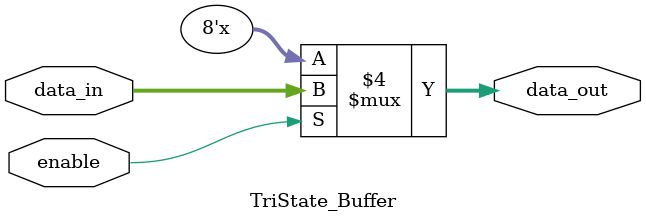
<source format=v>
module TriState_Buffer#(parameter N=2)(data_in, enable, data_out);

  input [7:0]data_in;
  input enable;
  output [7:0]data_out;
  reg [7:0]data_out;

  always@(*) begin
  
  if(enable==1'b1) begin
    data_out = data_in;
  end
  else begin
     data_out = 8'bz;
  end
 end
endmodule


</source>
